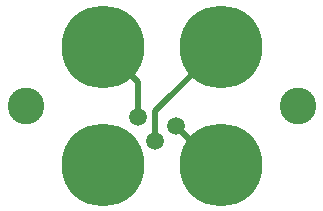
<source format=gbr>
G04 (created by PCBNEW (2013-may-18)-stable) date Ср 04 ноя 2015 02:15:30*
%MOIN*%
G04 Gerber Fmt 3.4, Leading zero omitted, Abs format*
%FSLAX34Y34*%
G01*
G70*
G90*
G04 APERTURE LIST*
%ADD10C,0.00393701*%
%ADD11C,0.275591*%
%ADD12C,0.122047*%
%ADD13C,0.0590551*%
%ADD14C,0.019685*%
G04 APERTURE END LIST*
G54D10*
G54D11*
X13501Y-18806D03*
X9564Y-18806D03*
X13501Y-14869D03*
X9564Y-14869D03*
G54D12*
X16060Y-16838D03*
X7005Y-16838D03*
G54D13*
X12007Y-17519D03*
X11318Y-18011D03*
X10728Y-17224D03*
G54D14*
X13294Y-18806D02*
X13501Y-18806D01*
X12007Y-17519D02*
X13294Y-18806D01*
X13476Y-14869D02*
X13501Y-14869D01*
X11318Y-17027D02*
X13476Y-14869D01*
X11318Y-18011D02*
X11318Y-17027D01*
X9564Y-14879D02*
X9564Y-14869D01*
X10728Y-16043D02*
X9564Y-14879D01*
X10728Y-17224D02*
X10728Y-16043D01*
M02*

</source>
